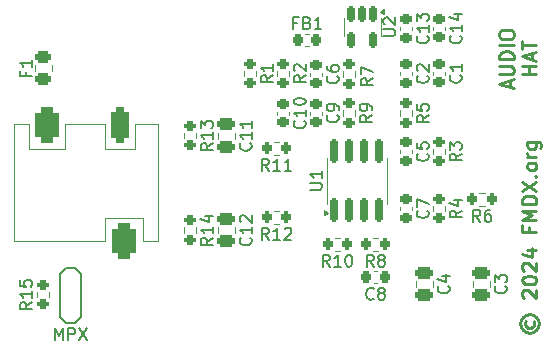
<source format=gto>
G04 #@! TF.GenerationSoftware,KiCad,Pcbnew,8.0.4*
G04 #@! TF.CreationDate,2024-08-01T22:41:18+02:00*
G04 #@! TF.ProjectId,Headless TEF Audio board,48656164-6c65-4737-9320-544546204175,1*
G04 #@! TF.SameCoordinates,Original*
G04 #@! TF.FileFunction,Legend,Top*
G04 #@! TF.FilePolarity,Positive*
%FSLAX46Y46*%
G04 Gerber Fmt 4.6, Leading zero omitted, Abs format (unit mm)*
G04 Created by KiCad (PCBNEW 8.0.4) date 2024-08-01 22:41:18*
%MOMM*%
%LPD*%
G01*
G04 APERTURE LIST*
G04 Aperture macros list*
%AMRoundRect*
0 Rectangle with rounded corners*
0 $1 Rounding radius*
0 $2 $3 $4 $5 $6 $7 $8 $9 X,Y pos of 4 corners*
0 Add a 4 corners polygon primitive as box body*
4,1,4,$2,$3,$4,$5,$6,$7,$8,$9,$2,$3,0*
0 Add four circle primitives for the rounded corners*
1,1,$1+$1,$2,$3*
1,1,$1+$1,$4,$5*
1,1,$1+$1,$6,$7*
1,1,$1+$1,$8,$9*
0 Add four rect primitives between the rounded corners*
20,1,$1+$1,$2,$3,$4,$5,0*
20,1,$1+$1,$4,$5,$6,$7,0*
20,1,$1+$1,$6,$7,$8,$9,0*
20,1,$1+$1,$8,$9,$2,$3,0*%
G04 Aperture macros list end*
%ADD10C,0.250000*%
%ADD11C,0.150000*%
%ADD12C,0.120000*%
%ADD13RoundRect,0.225000X0.250000X-0.225000X0.250000X0.225000X-0.250000X0.225000X-0.250000X-0.225000X0*%
%ADD14RoundRect,0.150000X-0.150000X0.512500X-0.150000X-0.512500X0.150000X-0.512500X0.150000X0.512500X0*%
%ADD15C,1.400000*%
%ADD16RoundRect,0.200000X-0.275000X0.200000X-0.275000X-0.200000X0.275000X-0.200000X0.275000X0.200000X0*%
%ADD17RoundRect,0.218750X-0.218750X-0.256250X0.218750X-0.256250X0.218750X0.256250X-0.218750X0.256250X0*%
%ADD18RoundRect,0.200000X0.275000X-0.200000X0.275000X0.200000X-0.275000X0.200000X-0.275000X-0.200000X0*%
%ADD19RoundRect,0.500000X0.500000X-1.000000X0.500000X1.000000X-0.500000X1.000000X-0.500000X-1.000000X0*%
%ADD20RoundRect,0.375000X0.375000X-1.125000X0.375000X1.125000X-0.375000X1.125000X-0.375000X-1.125000X0*%
%ADD21RoundRect,0.200000X0.200000X0.275000X-0.200000X0.275000X-0.200000X-0.275000X0.200000X-0.275000X0*%
%ADD22RoundRect,0.250000X0.475000X-0.250000X0.475000X0.250000X-0.475000X0.250000X-0.475000X-0.250000X0*%
%ADD23RoundRect,0.150000X0.150000X-0.825000X0.150000X0.825000X-0.150000X0.825000X-0.150000X-0.825000X0*%
%ADD24RoundRect,0.243750X-0.456250X0.243750X-0.456250X-0.243750X0.456250X-0.243750X0.456250X0.243750X0*%
%ADD25RoundRect,0.225000X-0.250000X0.225000X-0.250000X-0.225000X0.250000X-0.225000X0.250000X0.225000X0*%
%ADD26RoundRect,0.250000X-0.475000X0.250000X-0.475000X-0.250000X0.475000X-0.250000X0.475000X0.250000X0*%
%ADD27RoundRect,0.225000X-0.225000X-0.250000X0.225000X-0.250000X0.225000X0.250000X-0.225000X0.250000X0*%
%ADD28RoundRect,0.200000X-0.200000X-0.275000X0.200000X-0.275000X0.200000X0.275000X-0.200000X0.275000X0*%
%ADD29R,1.700000X1.700000*%
%ADD30O,1.700000X1.700000*%
G04 APERTURE END LIST*
D10*
X178053352Y-88790571D02*
X178053352Y-88219143D01*
X178396209Y-88904857D02*
X177196209Y-88504857D01*
X177196209Y-88504857D02*
X178396209Y-88104857D01*
X177196209Y-87704857D02*
X178167638Y-87704857D01*
X178167638Y-87704857D02*
X178281924Y-87647714D01*
X178281924Y-87647714D02*
X178339067Y-87590572D01*
X178339067Y-87590572D02*
X178396209Y-87476286D01*
X178396209Y-87476286D02*
X178396209Y-87247714D01*
X178396209Y-87247714D02*
X178339067Y-87133429D01*
X178339067Y-87133429D02*
X178281924Y-87076286D01*
X178281924Y-87076286D02*
X178167638Y-87019143D01*
X178167638Y-87019143D02*
X177196209Y-87019143D01*
X178396209Y-86447714D02*
X177196209Y-86447714D01*
X177196209Y-86447714D02*
X177196209Y-86162000D01*
X177196209Y-86162000D02*
X177253352Y-85990571D01*
X177253352Y-85990571D02*
X177367638Y-85876286D01*
X177367638Y-85876286D02*
X177481924Y-85819143D01*
X177481924Y-85819143D02*
X177710495Y-85762000D01*
X177710495Y-85762000D02*
X177881924Y-85762000D01*
X177881924Y-85762000D02*
X178110495Y-85819143D01*
X178110495Y-85819143D02*
X178224781Y-85876286D01*
X178224781Y-85876286D02*
X178339067Y-85990571D01*
X178339067Y-85990571D02*
X178396209Y-86162000D01*
X178396209Y-86162000D02*
X178396209Y-86447714D01*
X178396209Y-85247714D02*
X177196209Y-85247714D01*
X177196209Y-84447714D02*
X177196209Y-84219142D01*
X177196209Y-84219142D02*
X177253352Y-84104857D01*
X177253352Y-84104857D02*
X177367638Y-83990571D01*
X177367638Y-83990571D02*
X177596209Y-83933428D01*
X177596209Y-83933428D02*
X177996209Y-83933428D01*
X177996209Y-83933428D02*
X178224781Y-83990571D01*
X178224781Y-83990571D02*
X178339067Y-84104857D01*
X178339067Y-84104857D02*
X178396209Y-84219142D01*
X178396209Y-84219142D02*
X178396209Y-84447714D01*
X178396209Y-84447714D02*
X178339067Y-84562000D01*
X178339067Y-84562000D02*
X178224781Y-84676285D01*
X178224781Y-84676285D02*
X177996209Y-84733428D01*
X177996209Y-84733428D02*
X177596209Y-84733428D01*
X177596209Y-84733428D02*
X177367638Y-84676285D01*
X177367638Y-84676285D02*
X177253352Y-84562000D01*
X177253352Y-84562000D02*
X177196209Y-84447714D01*
X180328142Y-87676285D02*
X179128142Y-87676285D01*
X179699571Y-87676285D02*
X179699571Y-86990571D01*
X180328142Y-86990571D02*
X179128142Y-86990571D01*
X179985285Y-86476285D02*
X179985285Y-85904857D01*
X180328142Y-86590571D02*
X179128142Y-86190571D01*
X179128142Y-86190571D02*
X180328142Y-85790571D01*
X179128142Y-85562000D02*
X179128142Y-84876286D01*
X180328142Y-85219143D02*
X179128142Y-85219143D01*
X179413857Y-108562384D02*
X179356714Y-108676669D01*
X179356714Y-108676669D02*
X179356714Y-108905241D01*
X179356714Y-108905241D02*
X179413857Y-109019527D01*
X179413857Y-109019527D02*
X179528142Y-109133812D01*
X179528142Y-109133812D02*
X179642428Y-109190955D01*
X179642428Y-109190955D02*
X179871000Y-109190955D01*
X179871000Y-109190955D02*
X179985285Y-109133812D01*
X179985285Y-109133812D02*
X180099571Y-109019527D01*
X180099571Y-109019527D02*
X180156714Y-108905241D01*
X180156714Y-108905241D02*
X180156714Y-108676669D01*
X180156714Y-108676669D02*
X180099571Y-108562384D01*
X178956714Y-108790955D02*
X179013857Y-109076669D01*
X179013857Y-109076669D02*
X179185285Y-109362384D01*
X179185285Y-109362384D02*
X179471000Y-109533812D01*
X179471000Y-109533812D02*
X179756714Y-109590955D01*
X179756714Y-109590955D02*
X180042428Y-109533812D01*
X180042428Y-109533812D02*
X180328142Y-109362384D01*
X180328142Y-109362384D02*
X180499571Y-109076669D01*
X180499571Y-109076669D02*
X180556714Y-108790955D01*
X180556714Y-108790955D02*
X180499571Y-108505241D01*
X180499571Y-108505241D02*
X180328142Y-108219527D01*
X180328142Y-108219527D02*
X180042428Y-108048098D01*
X180042428Y-108048098D02*
X179756714Y-107990955D01*
X179756714Y-107990955D02*
X179471000Y-108048098D01*
X179471000Y-108048098D02*
X179185285Y-108219527D01*
X179185285Y-108219527D02*
X179013857Y-108505241D01*
X179013857Y-108505241D02*
X178956714Y-108790955D01*
X179242428Y-106619526D02*
X179185285Y-106562383D01*
X179185285Y-106562383D02*
X179128142Y-106448098D01*
X179128142Y-106448098D02*
X179128142Y-106162383D01*
X179128142Y-106162383D02*
X179185285Y-106048098D01*
X179185285Y-106048098D02*
X179242428Y-105990955D01*
X179242428Y-105990955D02*
X179356714Y-105933812D01*
X179356714Y-105933812D02*
X179471000Y-105933812D01*
X179471000Y-105933812D02*
X179642428Y-105990955D01*
X179642428Y-105990955D02*
X180328142Y-106676669D01*
X180328142Y-106676669D02*
X180328142Y-105933812D01*
X179128142Y-105190955D02*
X179128142Y-105076669D01*
X179128142Y-105076669D02*
X179185285Y-104962383D01*
X179185285Y-104962383D02*
X179242428Y-104905241D01*
X179242428Y-104905241D02*
X179356714Y-104848098D01*
X179356714Y-104848098D02*
X179585285Y-104790955D01*
X179585285Y-104790955D02*
X179871000Y-104790955D01*
X179871000Y-104790955D02*
X180099571Y-104848098D01*
X180099571Y-104848098D02*
X180213857Y-104905241D01*
X180213857Y-104905241D02*
X180271000Y-104962383D01*
X180271000Y-104962383D02*
X180328142Y-105076669D01*
X180328142Y-105076669D02*
X180328142Y-105190955D01*
X180328142Y-105190955D02*
X180271000Y-105305241D01*
X180271000Y-105305241D02*
X180213857Y-105362383D01*
X180213857Y-105362383D02*
X180099571Y-105419526D01*
X180099571Y-105419526D02*
X179871000Y-105476669D01*
X179871000Y-105476669D02*
X179585285Y-105476669D01*
X179585285Y-105476669D02*
X179356714Y-105419526D01*
X179356714Y-105419526D02*
X179242428Y-105362383D01*
X179242428Y-105362383D02*
X179185285Y-105305241D01*
X179185285Y-105305241D02*
X179128142Y-105190955D01*
X179242428Y-104333812D02*
X179185285Y-104276669D01*
X179185285Y-104276669D02*
X179128142Y-104162384D01*
X179128142Y-104162384D02*
X179128142Y-103876669D01*
X179128142Y-103876669D02*
X179185285Y-103762384D01*
X179185285Y-103762384D02*
X179242428Y-103705241D01*
X179242428Y-103705241D02*
X179356714Y-103648098D01*
X179356714Y-103648098D02*
X179471000Y-103648098D01*
X179471000Y-103648098D02*
X179642428Y-103705241D01*
X179642428Y-103705241D02*
X180328142Y-104390955D01*
X180328142Y-104390955D02*
X180328142Y-103648098D01*
X179528142Y-102619527D02*
X180328142Y-102619527D01*
X179071000Y-102905241D02*
X179928142Y-103190955D01*
X179928142Y-103190955D02*
X179928142Y-102448098D01*
X179699571Y-100676669D02*
X179699571Y-101076669D01*
X180328142Y-101076669D02*
X179128142Y-101076669D01*
X179128142Y-101076669D02*
X179128142Y-100505241D01*
X180328142Y-100048098D02*
X179128142Y-100048098D01*
X179128142Y-100048098D02*
X179985285Y-99648098D01*
X179985285Y-99648098D02*
X179128142Y-99248098D01*
X179128142Y-99248098D02*
X180328142Y-99248098D01*
X180328142Y-98676669D02*
X179128142Y-98676669D01*
X179128142Y-98676669D02*
X179128142Y-98390955D01*
X179128142Y-98390955D02*
X179185285Y-98219526D01*
X179185285Y-98219526D02*
X179299571Y-98105241D01*
X179299571Y-98105241D02*
X179413857Y-98048098D01*
X179413857Y-98048098D02*
X179642428Y-97990955D01*
X179642428Y-97990955D02*
X179813857Y-97990955D01*
X179813857Y-97990955D02*
X180042428Y-98048098D01*
X180042428Y-98048098D02*
X180156714Y-98105241D01*
X180156714Y-98105241D02*
X180271000Y-98219526D01*
X180271000Y-98219526D02*
X180328142Y-98390955D01*
X180328142Y-98390955D02*
X180328142Y-98676669D01*
X179128142Y-97590955D02*
X180328142Y-96790955D01*
X179128142Y-96790955D02*
X180328142Y-97590955D01*
X180213857Y-96333812D02*
X180271000Y-96276669D01*
X180271000Y-96276669D02*
X180328142Y-96333812D01*
X180328142Y-96333812D02*
X180271000Y-96390955D01*
X180271000Y-96390955D02*
X180213857Y-96333812D01*
X180213857Y-96333812D02*
X180328142Y-96333812D01*
X180328142Y-95590955D02*
X180271000Y-95705240D01*
X180271000Y-95705240D02*
X180213857Y-95762383D01*
X180213857Y-95762383D02*
X180099571Y-95819526D01*
X180099571Y-95819526D02*
X179756714Y-95819526D01*
X179756714Y-95819526D02*
X179642428Y-95762383D01*
X179642428Y-95762383D02*
X179585285Y-95705240D01*
X179585285Y-95705240D02*
X179528142Y-95590955D01*
X179528142Y-95590955D02*
X179528142Y-95419526D01*
X179528142Y-95419526D02*
X179585285Y-95305240D01*
X179585285Y-95305240D02*
X179642428Y-95248098D01*
X179642428Y-95248098D02*
X179756714Y-95190955D01*
X179756714Y-95190955D02*
X180099571Y-95190955D01*
X180099571Y-95190955D02*
X180213857Y-95248098D01*
X180213857Y-95248098D02*
X180271000Y-95305240D01*
X180271000Y-95305240D02*
X180328142Y-95419526D01*
X180328142Y-95419526D02*
X180328142Y-95590955D01*
X180328142Y-94676669D02*
X179528142Y-94676669D01*
X179756714Y-94676669D02*
X179642428Y-94619526D01*
X179642428Y-94619526D02*
X179585285Y-94562384D01*
X179585285Y-94562384D02*
X179528142Y-94448098D01*
X179528142Y-94448098D02*
X179528142Y-94333812D01*
X179528142Y-93419527D02*
X180499571Y-93419527D01*
X180499571Y-93419527D02*
X180613857Y-93476669D01*
X180613857Y-93476669D02*
X180671000Y-93533812D01*
X180671000Y-93533812D02*
X180728142Y-93648098D01*
X180728142Y-93648098D02*
X180728142Y-93819527D01*
X180728142Y-93819527D02*
X180671000Y-93933812D01*
X180271000Y-93419527D02*
X180328142Y-93533812D01*
X180328142Y-93533812D02*
X180328142Y-93762384D01*
X180328142Y-93762384D02*
X180271000Y-93876669D01*
X180271000Y-93876669D02*
X180213857Y-93933812D01*
X180213857Y-93933812D02*
X180099571Y-93990955D01*
X180099571Y-93990955D02*
X179756714Y-93990955D01*
X179756714Y-93990955D02*
X179642428Y-93933812D01*
X179642428Y-93933812D02*
X179585285Y-93876669D01*
X179585285Y-93876669D02*
X179528142Y-93762384D01*
X179528142Y-93762384D02*
X179528142Y-93533812D01*
X179528142Y-93533812D02*
X179585285Y-93419527D01*
D11*
X171101580Y-94415666D02*
X171149200Y-94463285D01*
X171149200Y-94463285D02*
X171196819Y-94606142D01*
X171196819Y-94606142D02*
X171196819Y-94701380D01*
X171196819Y-94701380D02*
X171149200Y-94844237D01*
X171149200Y-94844237D02*
X171053961Y-94939475D01*
X171053961Y-94939475D02*
X170958723Y-94987094D01*
X170958723Y-94987094D02*
X170768247Y-95034713D01*
X170768247Y-95034713D02*
X170625390Y-95034713D01*
X170625390Y-95034713D02*
X170434914Y-94987094D01*
X170434914Y-94987094D02*
X170339676Y-94939475D01*
X170339676Y-94939475D02*
X170244438Y-94844237D01*
X170244438Y-94844237D02*
X170196819Y-94701380D01*
X170196819Y-94701380D02*
X170196819Y-94606142D01*
X170196819Y-94606142D02*
X170244438Y-94463285D01*
X170244438Y-94463285D02*
X170292057Y-94415666D01*
X170196819Y-93510904D02*
X170196819Y-93987094D01*
X170196819Y-93987094D02*
X170673009Y-94034713D01*
X170673009Y-94034713D02*
X170625390Y-93987094D01*
X170625390Y-93987094D02*
X170577771Y-93891856D01*
X170577771Y-93891856D02*
X170577771Y-93653761D01*
X170577771Y-93653761D02*
X170625390Y-93558523D01*
X170625390Y-93558523D02*
X170673009Y-93510904D01*
X170673009Y-93510904D02*
X170768247Y-93463285D01*
X170768247Y-93463285D02*
X171006342Y-93463285D01*
X171006342Y-93463285D02*
X171101580Y-93510904D01*
X171101580Y-93510904D02*
X171149200Y-93558523D01*
X171149200Y-93558523D02*
X171196819Y-93653761D01*
X171196819Y-93653761D02*
X171196819Y-93891856D01*
X171196819Y-93891856D02*
X171149200Y-93987094D01*
X171149200Y-93987094D02*
X171101580Y-94034713D01*
X171101580Y-84477857D02*
X171149200Y-84525476D01*
X171149200Y-84525476D02*
X171196819Y-84668333D01*
X171196819Y-84668333D02*
X171196819Y-84763571D01*
X171196819Y-84763571D02*
X171149200Y-84906428D01*
X171149200Y-84906428D02*
X171053961Y-85001666D01*
X171053961Y-85001666D02*
X170958723Y-85049285D01*
X170958723Y-85049285D02*
X170768247Y-85096904D01*
X170768247Y-85096904D02*
X170625390Y-85096904D01*
X170625390Y-85096904D02*
X170434914Y-85049285D01*
X170434914Y-85049285D02*
X170339676Y-85001666D01*
X170339676Y-85001666D02*
X170244438Y-84906428D01*
X170244438Y-84906428D02*
X170196819Y-84763571D01*
X170196819Y-84763571D02*
X170196819Y-84668333D01*
X170196819Y-84668333D02*
X170244438Y-84525476D01*
X170244438Y-84525476D02*
X170292057Y-84477857D01*
X171196819Y-83525476D02*
X171196819Y-84096904D01*
X171196819Y-83811190D02*
X170196819Y-83811190D01*
X170196819Y-83811190D02*
X170339676Y-83906428D01*
X170339676Y-83906428D02*
X170434914Y-84001666D01*
X170434914Y-84001666D02*
X170482533Y-84096904D01*
X170196819Y-83192142D02*
X170196819Y-82573095D01*
X170196819Y-82573095D02*
X170577771Y-82906428D01*
X170577771Y-82906428D02*
X170577771Y-82763571D01*
X170577771Y-82763571D02*
X170625390Y-82668333D01*
X170625390Y-82668333D02*
X170673009Y-82620714D01*
X170673009Y-82620714D02*
X170768247Y-82573095D01*
X170768247Y-82573095D02*
X171006342Y-82573095D01*
X171006342Y-82573095D02*
X171101580Y-82620714D01*
X171101580Y-82620714D02*
X171149200Y-82668333D01*
X171149200Y-82668333D02*
X171196819Y-82763571D01*
X171196819Y-82763571D02*
X171196819Y-83049285D01*
X171196819Y-83049285D02*
X171149200Y-83144523D01*
X171149200Y-83144523D02*
X171101580Y-83192142D01*
X160687580Y-91639857D02*
X160735200Y-91687476D01*
X160735200Y-91687476D02*
X160782819Y-91830333D01*
X160782819Y-91830333D02*
X160782819Y-91925571D01*
X160782819Y-91925571D02*
X160735200Y-92068428D01*
X160735200Y-92068428D02*
X160639961Y-92163666D01*
X160639961Y-92163666D02*
X160544723Y-92211285D01*
X160544723Y-92211285D02*
X160354247Y-92258904D01*
X160354247Y-92258904D02*
X160211390Y-92258904D01*
X160211390Y-92258904D02*
X160020914Y-92211285D01*
X160020914Y-92211285D02*
X159925676Y-92163666D01*
X159925676Y-92163666D02*
X159830438Y-92068428D01*
X159830438Y-92068428D02*
X159782819Y-91925571D01*
X159782819Y-91925571D02*
X159782819Y-91830333D01*
X159782819Y-91830333D02*
X159830438Y-91687476D01*
X159830438Y-91687476D02*
X159878057Y-91639857D01*
X160782819Y-90687476D02*
X160782819Y-91258904D01*
X160782819Y-90973190D02*
X159782819Y-90973190D01*
X159782819Y-90973190D02*
X159925676Y-91068428D01*
X159925676Y-91068428D02*
X160020914Y-91163666D01*
X160020914Y-91163666D02*
X160068533Y-91258904D01*
X159782819Y-90068428D02*
X159782819Y-89973190D01*
X159782819Y-89973190D02*
X159830438Y-89877952D01*
X159830438Y-89877952D02*
X159878057Y-89830333D01*
X159878057Y-89830333D02*
X159973295Y-89782714D01*
X159973295Y-89782714D02*
X160163771Y-89735095D01*
X160163771Y-89735095D02*
X160401866Y-89735095D01*
X160401866Y-89735095D02*
X160592342Y-89782714D01*
X160592342Y-89782714D02*
X160687580Y-89830333D01*
X160687580Y-89830333D02*
X160735200Y-89877952D01*
X160735200Y-89877952D02*
X160782819Y-89973190D01*
X160782819Y-89973190D02*
X160782819Y-90068428D01*
X160782819Y-90068428D02*
X160735200Y-90163666D01*
X160735200Y-90163666D02*
X160687580Y-90211285D01*
X160687580Y-90211285D02*
X160592342Y-90258904D01*
X160592342Y-90258904D02*
X160401866Y-90306523D01*
X160401866Y-90306523D02*
X160163771Y-90306523D01*
X160163771Y-90306523D02*
X159973295Y-90258904D01*
X159973295Y-90258904D02*
X159878057Y-90211285D01*
X159878057Y-90211285D02*
X159830438Y-90163666D01*
X159830438Y-90163666D02*
X159782819Y-90068428D01*
X173895580Y-84451857D02*
X173943200Y-84499476D01*
X173943200Y-84499476D02*
X173990819Y-84642333D01*
X173990819Y-84642333D02*
X173990819Y-84737571D01*
X173990819Y-84737571D02*
X173943200Y-84880428D01*
X173943200Y-84880428D02*
X173847961Y-84975666D01*
X173847961Y-84975666D02*
X173752723Y-85023285D01*
X173752723Y-85023285D02*
X173562247Y-85070904D01*
X173562247Y-85070904D02*
X173419390Y-85070904D01*
X173419390Y-85070904D02*
X173228914Y-85023285D01*
X173228914Y-85023285D02*
X173133676Y-84975666D01*
X173133676Y-84975666D02*
X173038438Y-84880428D01*
X173038438Y-84880428D02*
X172990819Y-84737571D01*
X172990819Y-84737571D02*
X172990819Y-84642333D01*
X172990819Y-84642333D02*
X173038438Y-84499476D01*
X173038438Y-84499476D02*
X173086057Y-84451857D01*
X173990819Y-83499476D02*
X173990819Y-84070904D01*
X173990819Y-83785190D02*
X172990819Y-83785190D01*
X172990819Y-83785190D02*
X173133676Y-83880428D01*
X173133676Y-83880428D02*
X173228914Y-83975666D01*
X173228914Y-83975666D02*
X173276533Y-84070904D01*
X173324152Y-82642333D02*
X173990819Y-82642333D01*
X172943200Y-82880428D02*
X173657485Y-83118523D01*
X173657485Y-83118523D02*
X173657485Y-82499476D01*
X167374819Y-84462404D02*
X168184342Y-84462404D01*
X168184342Y-84462404D02*
X168279580Y-84414785D01*
X168279580Y-84414785D02*
X168327200Y-84367166D01*
X168327200Y-84367166D02*
X168374819Y-84271928D01*
X168374819Y-84271928D02*
X168374819Y-84081452D01*
X168374819Y-84081452D02*
X168327200Y-83986214D01*
X168327200Y-83986214D02*
X168279580Y-83938595D01*
X168279580Y-83938595D02*
X168184342Y-83890976D01*
X168184342Y-83890976D02*
X167374819Y-83890976D01*
X167470057Y-83462404D02*
X167422438Y-83414785D01*
X167422438Y-83414785D02*
X167374819Y-83319547D01*
X167374819Y-83319547D02*
X167374819Y-83081452D01*
X167374819Y-83081452D02*
X167422438Y-82986214D01*
X167422438Y-82986214D02*
X167470057Y-82938595D01*
X167470057Y-82938595D02*
X167565295Y-82890976D01*
X167565295Y-82890976D02*
X167660533Y-82890976D01*
X167660533Y-82890976D02*
X167803390Y-82938595D01*
X167803390Y-82938595D02*
X168374819Y-83510023D01*
X168374819Y-83510023D02*
X168374819Y-82890976D01*
X163481580Y-87861666D02*
X163529200Y-87909285D01*
X163529200Y-87909285D02*
X163576819Y-88052142D01*
X163576819Y-88052142D02*
X163576819Y-88147380D01*
X163576819Y-88147380D02*
X163529200Y-88290237D01*
X163529200Y-88290237D02*
X163433961Y-88385475D01*
X163433961Y-88385475D02*
X163338723Y-88433094D01*
X163338723Y-88433094D02*
X163148247Y-88480713D01*
X163148247Y-88480713D02*
X163005390Y-88480713D01*
X163005390Y-88480713D02*
X162814914Y-88433094D01*
X162814914Y-88433094D02*
X162719676Y-88385475D01*
X162719676Y-88385475D02*
X162624438Y-88290237D01*
X162624438Y-88290237D02*
X162576819Y-88147380D01*
X162576819Y-88147380D02*
X162576819Y-88052142D01*
X162576819Y-88052142D02*
X162624438Y-87909285D01*
X162624438Y-87909285D02*
X162672057Y-87861666D01*
X162576819Y-87004523D02*
X162576819Y-87194999D01*
X162576819Y-87194999D02*
X162624438Y-87290237D01*
X162624438Y-87290237D02*
X162672057Y-87337856D01*
X162672057Y-87337856D02*
X162814914Y-87433094D01*
X162814914Y-87433094D02*
X163005390Y-87480713D01*
X163005390Y-87480713D02*
X163386342Y-87480713D01*
X163386342Y-87480713D02*
X163481580Y-87433094D01*
X163481580Y-87433094D02*
X163529200Y-87385475D01*
X163529200Y-87385475D02*
X163576819Y-87290237D01*
X163576819Y-87290237D02*
X163576819Y-87099761D01*
X163576819Y-87099761D02*
X163529200Y-87004523D01*
X163529200Y-87004523D02*
X163481580Y-86956904D01*
X163481580Y-86956904D02*
X163386342Y-86909285D01*
X163386342Y-86909285D02*
X163148247Y-86909285D01*
X163148247Y-86909285D02*
X163053009Y-86956904D01*
X163053009Y-86956904D02*
X163005390Y-87004523D01*
X163005390Y-87004523D02*
X162957771Y-87099761D01*
X162957771Y-87099761D02*
X162957771Y-87290237D01*
X162957771Y-87290237D02*
X163005390Y-87385475D01*
X163005390Y-87385475D02*
X163053009Y-87433094D01*
X163053009Y-87433094D02*
X163148247Y-87480713D01*
X139554476Y-110184819D02*
X139554476Y-109184819D01*
X139554476Y-109184819D02*
X139887809Y-109899104D01*
X139887809Y-109899104D02*
X140221142Y-109184819D01*
X140221142Y-109184819D02*
X140221142Y-110184819D01*
X140697333Y-110184819D02*
X140697333Y-109184819D01*
X140697333Y-109184819D02*
X141078285Y-109184819D01*
X141078285Y-109184819D02*
X141173523Y-109232438D01*
X141173523Y-109232438D02*
X141221142Y-109280057D01*
X141221142Y-109280057D02*
X141268761Y-109375295D01*
X141268761Y-109375295D02*
X141268761Y-109518152D01*
X141268761Y-109518152D02*
X141221142Y-109613390D01*
X141221142Y-109613390D02*
X141173523Y-109661009D01*
X141173523Y-109661009D02*
X141078285Y-109708628D01*
X141078285Y-109708628D02*
X140697333Y-109708628D01*
X141602095Y-109184819D02*
X142268761Y-110184819D01*
X142268761Y-109184819D02*
X141602095Y-110184819D01*
X171196819Y-91163666D02*
X170720628Y-91496999D01*
X171196819Y-91735094D02*
X170196819Y-91735094D01*
X170196819Y-91735094D02*
X170196819Y-91354142D01*
X170196819Y-91354142D02*
X170244438Y-91258904D01*
X170244438Y-91258904D02*
X170292057Y-91211285D01*
X170292057Y-91211285D02*
X170387295Y-91163666D01*
X170387295Y-91163666D02*
X170530152Y-91163666D01*
X170530152Y-91163666D02*
X170625390Y-91211285D01*
X170625390Y-91211285D02*
X170673009Y-91258904D01*
X170673009Y-91258904D02*
X170720628Y-91354142D01*
X170720628Y-91354142D02*
X170720628Y-91735094D01*
X170196819Y-90258904D02*
X170196819Y-90735094D01*
X170196819Y-90735094D02*
X170673009Y-90782713D01*
X170673009Y-90782713D02*
X170625390Y-90735094D01*
X170625390Y-90735094D02*
X170577771Y-90639856D01*
X170577771Y-90639856D02*
X170577771Y-90401761D01*
X170577771Y-90401761D02*
X170625390Y-90306523D01*
X170625390Y-90306523D02*
X170673009Y-90258904D01*
X170673009Y-90258904D02*
X170768247Y-90211285D01*
X170768247Y-90211285D02*
X171006342Y-90211285D01*
X171006342Y-90211285D02*
X171101580Y-90258904D01*
X171101580Y-90258904D02*
X171149200Y-90306523D01*
X171149200Y-90306523D02*
X171196819Y-90401761D01*
X171196819Y-90401761D02*
X171196819Y-90639856D01*
X171196819Y-90639856D02*
X171149200Y-90735094D01*
X171149200Y-90735094D02*
X171101580Y-90782713D01*
X160071166Y-83339009D02*
X159737833Y-83339009D01*
X159737833Y-83862819D02*
X159737833Y-82862819D01*
X159737833Y-82862819D02*
X160214023Y-82862819D01*
X160928309Y-83339009D02*
X161071166Y-83386628D01*
X161071166Y-83386628D02*
X161118785Y-83434247D01*
X161118785Y-83434247D02*
X161166404Y-83529485D01*
X161166404Y-83529485D02*
X161166404Y-83672342D01*
X161166404Y-83672342D02*
X161118785Y-83767580D01*
X161118785Y-83767580D02*
X161071166Y-83815200D01*
X161071166Y-83815200D02*
X160975928Y-83862819D01*
X160975928Y-83862819D02*
X160594976Y-83862819D01*
X160594976Y-83862819D02*
X160594976Y-82862819D01*
X160594976Y-82862819D02*
X160928309Y-82862819D01*
X160928309Y-82862819D02*
X161023547Y-82910438D01*
X161023547Y-82910438D02*
X161071166Y-82958057D01*
X161071166Y-82958057D02*
X161118785Y-83053295D01*
X161118785Y-83053295D02*
X161118785Y-83148533D01*
X161118785Y-83148533D02*
X161071166Y-83243771D01*
X161071166Y-83243771D02*
X161023547Y-83291390D01*
X161023547Y-83291390D02*
X160928309Y-83339009D01*
X160928309Y-83339009D02*
X160594976Y-83339009D01*
X162118785Y-83862819D02*
X161547357Y-83862819D01*
X161833071Y-83862819D02*
X161833071Y-82862819D01*
X161833071Y-82862819D02*
X161737833Y-83005676D01*
X161737833Y-83005676D02*
X161642595Y-83100914D01*
X161642595Y-83100914D02*
X161547357Y-83148533D01*
X173990819Y-99241666D02*
X173514628Y-99574999D01*
X173990819Y-99813094D02*
X172990819Y-99813094D01*
X172990819Y-99813094D02*
X172990819Y-99432142D01*
X172990819Y-99432142D02*
X173038438Y-99336904D01*
X173038438Y-99336904D02*
X173086057Y-99289285D01*
X173086057Y-99289285D02*
X173181295Y-99241666D01*
X173181295Y-99241666D02*
X173324152Y-99241666D01*
X173324152Y-99241666D02*
X173419390Y-99289285D01*
X173419390Y-99289285D02*
X173467009Y-99336904D01*
X173467009Y-99336904D02*
X173514628Y-99432142D01*
X173514628Y-99432142D02*
X173514628Y-99813094D01*
X173324152Y-98384523D02*
X173990819Y-98384523D01*
X172943200Y-98622618D02*
X173657485Y-98860713D01*
X173657485Y-98860713D02*
X173657485Y-98241666D01*
X173990819Y-94415666D02*
X173514628Y-94748999D01*
X173990819Y-94987094D02*
X172990819Y-94987094D01*
X172990819Y-94987094D02*
X172990819Y-94606142D01*
X172990819Y-94606142D02*
X173038438Y-94510904D01*
X173038438Y-94510904D02*
X173086057Y-94463285D01*
X173086057Y-94463285D02*
X173181295Y-94415666D01*
X173181295Y-94415666D02*
X173324152Y-94415666D01*
X173324152Y-94415666D02*
X173419390Y-94463285D01*
X173419390Y-94463285D02*
X173467009Y-94510904D01*
X173467009Y-94510904D02*
X173514628Y-94606142D01*
X173514628Y-94606142D02*
X173514628Y-94987094D01*
X172990819Y-94082332D02*
X172990819Y-93463285D01*
X172990819Y-93463285D02*
X173371771Y-93796618D01*
X173371771Y-93796618D02*
X173371771Y-93653761D01*
X173371771Y-93653761D02*
X173419390Y-93558523D01*
X173419390Y-93558523D02*
X173467009Y-93510904D01*
X173467009Y-93510904D02*
X173562247Y-93463285D01*
X173562247Y-93463285D02*
X173800342Y-93463285D01*
X173800342Y-93463285D02*
X173895580Y-93510904D01*
X173895580Y-93510904D02*
X173943200Y-93558523D01*
X173943200Y-93558523D02*
X173990819Y-93653761D01*
X173990819Y-93653761D02*
X173990819Y-93939475D01*
X173990819Y-93939475D02*
X173943200Y-94034713D01*
X173943200Y-94034713D02*
X173895580Y-94082332D01*
X175558333Y-100184819D02*
X175225000Y-99708628D01*
X174986905Y-100184819D02*
X174986905Y-99184819D01*
X174986905Y-99184819D02*
X175367857Y-99184819D01*
X175367857Y-99184819D02*
X175463095Y-99232438D01*
X175463095Y-99232438D02*
X175510714Y-99280057D01*
X175510714Y-99280057D02*
X175558333Y-99375295D01*
X175558333Y-99375295D02*
X175558333Y-99518152D01*
X175558333Y-99518152D02*
X175510714Y-99613390D01*
X175510714Y-99613390D02*
X175463095Y-99661009D01*
X175463095Y-99661009D02*
X175367857Y-99708628D01*
X175367857Y-99708628D02*
X174986905Y-99708628D01*
X176415476Y-99184819D02*
X176225000Y-99184819D01*
X176225000Y-99184819D02*
X176129762Y-99232438D01*
X176129762Y-99232438D02*
X176082143Y-99280057D01*
X176082143Y-99280057D02*
X175986905Y-99422914D01*
X175986905Y-99422914D02*
X175939286Y-99613390D01*
X175939286Y-99613390D02*
X175939286Y-99994342D01*
X175939286Y-99994342D02*
X175986905Y-100089580D01*
X175986905Y-100089580D02*
X176034524Y-100137200D01*
X176034524Y-100137200D02*
X176129762Y-100184819D01*
X176129762Y-100184819D02*
X176320238Y-100184819D01*
X176320238Y-100184819D02*
X176415476Y-100137200D01*
X176415476Y-100137200D02*
X176463095Y-100089580D01*
X176463095Y-100089580D02*
X176510714Y-99994342D01*
X176510714Y-99994342D02*
X176510714Y-99756247D01*
X176510714Y-99756247D02*
X176463095Y-99661009D01*
X176463095Y-99661009D02*
X176415476Y-99613390D01*
X176415476Y-99613390D02*
X176320238Y-99565771D01*
X176320238Y-99565771D02*
X176129762Y-99565771D01*
X176129762Y-99565771D02*
X176034524Y-99613390D01*
X176034524Y-99613390D02*
X175986905Y-99661009D01*
X175986905Y-99661009D02*
X175939286Y-99756247D01*
X177701580Y-105644666D02*
X177749200Y-105692285D01*
X177749200Y-105692285D02*
X177796819Y-105835142D01*
X177796819Y-105835142D02*
X177796819Y-105930380D01*
X177796819Y-105930380D02*
X177749200Y-106073237D01*
X177749200Y-106073237D02*
X177653961Y-106168475D01*
X177653961Y-106168475D02*
X177558723Y-106216094D01*
X177558723Y-106216094D02*
X177368247Y-106263713D01*
X177368247Y-106263713D02*
X177225390Y-106263713D01*
X177225390Y-106263713D02*
X177034914Y-106216094D01*
X177034914Y-106216094D02*
X176939676Y-106168475D01*
X176939676Y-106168475D02*
X176844438Y-106073237D01*
X176844438Y-106073237D02*
X176796819Y-105930380D01*
X176796819Y-105930380D02*
X176796819Y-105835142D01*
X176796819Y-105835142D02*
X176844438Y-105692285D01*
X176844438Y-105692285D02*
X176892057Y-105644666D01*
X176796819Y-105311332D02*
X176796819Y-104692285D01*
X176796819Y-104692285D02*
X177177771Y-105025618D01*
X177177771Y-105025618D02*
X177177771Y-104882761D01*
X177177771Y-104882761D02*
X177225390Y-104787523D01*
X177225390Y-104787523D02*
X177273009Y-104739904D01*
X177273009Y-104739904D02*
X177368247Y-104692285D01*
X177368247Y-104692285D02*
X177606342Y-104692285D01*
X177606342Y-104692285D02*
X177701580Y-104739904D01*
X177701580Y-104739904D02*
X177749200Y-104787523D01*
X177749200Y-104787523D02*
X177796819Y-104882761D01*
X177796819Y-104882761D02*
X177796819Y-105168475D01*
X177796819Y-105168475D02*
X177749200Y-105263713D01*
X177749200Y-105263713D02*
X177701580Y-105311332D01*
X157988819Y-87798666D02*
X157512628Y-88131999D01*
X157988819Y-88370094D02*
X156988819Y-88370094D01*
X156988819Y-88370094D02*
X156988819Y-87989142D01*
X156988819Y-87989142D02*
X157036438Y-87893904D01*
X157036438Y-87893904D02*
X157084057Y-87846285D01*
X157084057Y-87846285D02*
X157179295Y-87798666D01*
X157179295Y-87798666D02*
X157322152Y-87798666D01*
X157322152Y-87798666D02*
X157417390Y-87846285D01*
X157417390Y-87846285D02*
X157465009Y-87893904D01*
X157465009Y-87893904D02*
X157512628Y-87989142D01*
X157512628Y-87989142D02*
X157512628Y-88370094D01*
X157988819Y-86846285D02*
X157988819Y-87417713D01*
X157988819Y-87131999D02*
X156988819Y-87131999D01*
X156988819Y-87131999D02*
X157131676Y-87227237D01*
X157131676Y-87227237D02*
X157226914Y-87322475D01*
X157226914Y-87322475D02*
X157274533Y-87417713D01*
X161175819Y-97472904D02*
X161985342Y-97472904D01*
X161985342Y-97472904D02*
X162080580Y-97425285D01*
X162080580Y-97425285D02*
X162128200Y-97377666D01*
X162128200Y-97377666D02*
X162175819Y-97282428D01*
X162175819Y-97282428D02*
X162175819Y-97091952D01*
X162175819Y-97091952D02*
X162128200Y-96996714D01*
X162128200Y-96996714D02*
X162080580Y-96949095D01*
X162080580Y-96949095D02*
X161985342Y-96901476D01*
X161985342Y-96901476D02*
X161175819Y-96901476D01*
X162175819Y-95901476D02*
X162175819Y-96472904D01*
X162175819Y-96187190D02*
X161175819Y-96187190D01*
X161175819Y-96187190D02*
X161318676Y-96282428D01*
X161318676Y-96282428D02*
X161413914Y-96377666D01*
X161413914Y-96377666D02*
X161461533Y-96472904D01*
X173895580Y-87785666D02*
X173943200Y-87833285D01*
X173943200Y-87833285D02*
X173990819Y-87976142D01*
X173990819Y-87976142D02*
X173990819Y-88071380D01*
X173990819Y-88071380D02*
X173943200Y-88214237D01*
X173943200Y-88214237D02*
X173847961Y-88309475D01*
X173847961Y-88309475D02*
X173752723Y-88357094D01*
X173752723Y-88357094D02*
X173562247Y-88404713D01*
X173562247Y-88404713D02*
X173419390Y-88404713D01*
X173419390Y-88404713D02*
X173228914Y-88357094D01*
X173228914Y-88357094D02*
X173133676Y-88309475D01*
X173133676Y-88309475D02*
X173038438Y-88214237D01*
X173038438Y-88214237D02*
X172990819Y-88071380D01*
X172990819Y-88071380D02*
X172990819Y-87976142D01*
X172990819Y-87976142D02*
X173038438Y-87833285D01*
X173038438Y-87833285D02*
X173086057Y-87785666D01*
X173990819Y-86833285D02*
X173990819Y-87404713D01*
X173990819Y-87118999D02*
X172990819Y-87118999D01*
X172990819Y-87118999D02*
X173133676Y-87214237D01*
X173133676Y-87214237D02*
X173228914Y-87309475D01*
X173228914Y-87309475D02*
X173276533Y-87404713D01*
X137079009Y-87535833D02*
X137079009Y-87869166D01*
X137602819Y-87869166D02*
X136602819Y-87869166D01*
X136602819Y-87869166D02*
X136602819Y-87392976D01*
X137602819Y-86488214D02*
X137602819Y-87059642D01*
X137602819Y-86773928D02*
X136602819Y-86773928D01*
X136602819Y-86773928D02*
X136745676Y-86869166D01*
X136745676Y-86869166D02*
X136840914Y-86964404D01*
X136840914Y-86964404D02*
X136888533Y-87059642D01*
X152908819Y-93545857D02*
X152432628Y-93879190D01*
X152908819Y-94117285D02*
X151908819Y-94117285D01*
X151908819Y-94117285D02*
X151908819Y-93736333D01*
X151908819Y-93736333D02*
X151956438Y-93641095D01*
X151956438Y-93641095D02*
X152004057Y-93593476D01*
X152004057Y-93593476D02*
X152099295Y-93545857D01*
X152099295Y-93545857D02*
X152242152Y-93545857D01*
X152242152Y-93545857D02*
X152337390Y-93593476D01*
X152337390Y-93593476D02*
X152385009Y-93641095D01*
X152385009Y-93641095D02*
X152432628Y-93736333D01*
X152432628Y-93736333D02*
X152432628Y-94117285D01*
X152908819Y-92593476D02*
X152908819Y-93164904D01*
X152908819Y-92879190D02*
X151908819Y-92879190D01*
X151908819Y-92879190D02*
X152051676Y-92974428D01*
X152051676Y-92974428D02*
X152146914Y-93069666D01*
X152146914Y-93069666D02*
X152194533Y-93164904D01*
X151908819Y-92260142D02*
X151908819Y-91641095D01*
X151908819Y-91641095D02*
X152289771Y-91974428D01*
X152289771Y-91974428D02*
X152289771Y-91831571D01*
X152289771Y-91831571D02*
X152337390Y-91736333D01*
X152337390Y-91736333D02*
X152385009Y-91688714D01*
X152385009Y-91688714D02*
X152480247Y-91641095D01*
X152480247Y-91641095D02*
X152718342Y-91641095D01*
X152718342Y-91641095D02*
X152813580Y-91688714D01*
X152813580Y-91688714D02*
X152861200Y-91736333D01*
X152861200Y-91736333D02*
X152908819Y-91831571D01*
X152908819Y-91831571D02*
X152908819Y-92117285D01*
X152908819Y-92117285D02*
X152861200Y-92212523D01*
X152861200Y-92212523D02*
X152813580Y-92260142D01*
X157684142Y-95866819D02*
X157350809Y-95390628D01*
X157112714Y-95866819D02*
X157112714Y-94866819D01*
X157112714Y-94866819D02*
X157493666Y-94866819D01*
X157493666Y-94866819D02*
X157588904Y-94914438D01*
X157588904Y-94914438D02*
X157636523Y-94962057D01*
X157636523Y-94962057D02*
X157684142Y-95057295D01*
X157684142Y-95057295D02*
X157684142Y-95200152D01*
X157684142Y-95200152D02*
X157636523Y-95295390D01*
X157636523Y-95295390D02*
X157588904Y-95343009D01*
X157588904Y-95343009D02*
X157493666Y-95390628D01*
X157493666Y-95390628D02*
X157112714Y-95390628D01*
X158636523Y-95866819D02*
X158065095Y-95866819D01*
X158350809Y-95866819D02*
X158350809Y-94866819D01*
X158350809Y-94866819D02*
X158255571Y-95009676D01*
X158255571Y-95009676D02*
X158160333Y-95104914D01*
X158160333Y-95104914D02*
X158065095Y-95152533D01*
X159588904Y-95866819D02*
X159017476Y-95866819D01*
X159303190Y-95866819D02*
X159303190Y-94866819D01*
X159303190Y-94866819D02*
X159207952Y-95009676D01*
X159207952Y-95009676D02*
X159112714Y-95104914D01*
X159112714Y-95104914D02*
X159017476Y-95152533D01*
X171101580Y-99241666D02*
X171149200Y-99289285D01*
X171149200Y-99289285D02*
X171196819Y-99432142D01*
X171196819Y-99432142D02*
X171196819Y-99527380D01*
X171196819Y-99527380D02*
X171149200Y-99670237D01*
X171149200Y-99670237D02*
X171053961Y-99765475D01*
X171053961Y-99765475D02*
X170958723Y-99813094D01*
X170958723Y-99813094D02*
X170768247Y-99860713D01*
X170768247Y-99860713D02*
X170625390Y-99860713D01*
X170625390Y-99860713D02*
X170434914Y-99813094D01*
X170434914Y-99813094D02*
X170339676Y-99765475D01*
X170339676Y-99765475D02*
X170244438Y-99670237D01*
X170244438Y-99670237D02*
X170196819Y-99527380D01*
X170196819Y-99527380D02*
X170196819Y-99432142D01*
X170196819Y-99432142D02*
X170244438Y-99289285D01*
X170244438Y-99289285D02*
X170292057Y-99241666D01*
X170196819Y-98908332D02*
X170196819Y-98241666D01*
X170196819Y-98241666D02*
X171196819Y-98670237D01*
X157684142Y-101708819D02*
X157350809Y-101232628D01*
X157112714Y-101708819D02*
X157112714Y-100708819D01*
X157112714Y-100708819D02*
X157493666Y-100708819D01*
X157493666Y-100708819D02*
X157588904Y-100756438D01*
X157588904Y-100756438D02*
X157636523Y-100804057D01*
X157636523Y-100804057D02*
X157684142Y-100899295D01*
X157684142Y-100899295D02*
X157684142Y-101042152D01*
X157684142Y-101042152D02*
X157636523Y-101137390D01*
X157636523Y-101137390D02*
X157588904Y-101185009D01*
X157588904Y-101185009D02*
X157493666Y-101232628D01*
X157493666Y-101232628D02*
X157112714Y-101232628D01*
X158636523Y-101708819D02*
X158065095Y-101708819D01*
X158350809Y-101708819D02*
X158350809Y-100708819D01*
X158350809Y-100708819D02*
X158255571Y-100851676D01*
X158255571Y-100851676D02*
X158160333Y-100946914D01*
X158160333Y-100946914D02*
X158065095Y-100994533D01*
X159017476Y-100804057D02*
X159065095Y-100756438D01*
X159065095Y-100756438D02*
X159160333Y-100708819D01*
X159160333Y-100708819D02*
X159398428Y-100708819D01*
X159398428Y-100708819D02*
X159493666Y-100756438D01*
X159493666Y-100756438D02*
X159541285Y-100804057D01*
X159541285Y-100804057D02*
X159588904Y-100899295D01*
X159588904Y-100899295D02*
X159588904Y-100994533D01*
X159588904Y-100994533D02*
X159541285Y-101137390D01*
X159541285Y-101137390D02*
X158969857Y-101708819D01*
X158969857Y-101708819D02*
X159588904Y-101708819D01*
X160782819Y-87798666D02*
X160306628Y-88131999D01*
X160782819Y-88370094D02*
X159782819Y-88370094D01*
X159782819Y-88370094D02*
X159782819Y-87989142D01*
X159782819Y-87989142D02*
X159830438Y-87893904D01*
X159830438Y-87893904D02*
X159878057Y-87846285D01*
X159878057Y-87846285D02*
X159973295Y-87798666D01*
X159973295Y-87798666D02*
X160116152Y-87798666D01*
X160116152Y-87798666D02*
X160211390Y-87846285D01*
X160211390Y-87846285D02*
X160259009Y-87893904D01*
X160259009Y-87893904D02*
X160306628Y-87989142D01*
X160306628Y-87989142D02*
X160306628Y-88370094D01*
X159878057Y-87417713D02*
X159830438Y-87370094D01*
X159830438Y-87370094D02*
X159782819Y-87274856D01*
X159782819Y-87274856D02*
X159782819Y-87036761D01*
X159782819Y-87036761D02*
X159830438Y-86941523D01*
X159830438Y-86941523D02*
X159878057Y-86893904D01*
X159878057Y-86893904D02*
X159973295Y-86846285D01*
X159973295Y-86846285D02*
X160068533Y-86846285D01*
X160068533Y-86846285D02*
X160211390Y-86893904D01*
X160211390Y-86893904D02*
X160782819Y-87465332D01*
X160782819Y-87465332D02*
X160782819Y-86846285D01*
X163481580Y-91163666D02*
X163529200Y-91211285D01*
X163529200Y-91211285D02*
X163576819Y-91354142D01*
X163576819Y-91354142D02*
X163576819Y-91449380D01*
X163576819Y-91449380D02*
X163529200Y-91592237D01*
X163529200Y-91592237D02*
X163433961Y-91687475D01*
X163433961Y-91687475D02*
X163338723Y-91735094D01*
X163338723Y-91735094D02*
X163148247Y-91782713D01*
X163148247Y-91782713D02*
X163005390Y-91782713D01*
X163005390Y-91782713D02*
X162814914Y-91735094D01*
X162814914Y-91735094D02*
X162719676Y-91687475D01*
X162719676Y-91687475D02*
X162624438Y-91592237D01*
X162624438Y-91592237D02*
X162576819Y-91449380D01*
X162576819Y-91449380D02*
X162576819Y-91354142D01*
X162576819Y-91354142D02*
X162624438Y-91211285D01*
X162624438Y-91211285D02*
X162672057Y-91163666D01*
X163576819Y-90687475D02*
X163576819Y-90496999D01*
X163576819Y-90496999D02*
X163529200Y-90401761D01*
X163529200Y-90401761D02*
X163481580Y-90354142D01*
X163481580Y-90354142D02*
X163338723Y-90258904D01*
X163338723Y-90258904D02*
X163148247Y-90211285D01*
X163148247Y-90211285D02*
X162767295Y-90211285D01*
X162767295Y-90211285D02*
X162672057Y-90258904D01*
X162672057Y-90258904D02*
X162624438Y-90306523D01*
X162624438Y-90306523D02*
X162576819Y-90401761D01*
X162576819Y-90401761D02*
X162576819Y-90592237D01*
X162576819Y-90592237D02*
X162624438Y-90687475D01*
X162624438Y-90687475D02*
X162672057Y-90735094D01*
X162672057Y-90735094D02*
X162767295Y-90782713D01*
X162767295Y-90782713D02*
X163005390Y-90782713D01*
X163005390Y-90782713D02*
X163100628Y-90735094D01*
X163100628Y-90735094D02*
X163148247Y-90687475D01*
X163148247Y-90687475D02*
X163195866Y-90592237D01*
X163195866Y-90592237D02*
X163195866Y-90401761D01*
X163195866Y-90401761D02*
X163148247Y-90306523D01*
X163148247Y-90306523D02*
X163100628Y-90258904D01*
X163100628Y-90258904D02*
X163005390Y-90211285D01*
X166370819Y-91163666D02*
X165894628Y-91496999D01*
X166370819Y-91735094D02*
X165370819Y-91735094D01*
X165370819Y-91735094D02*
X165370819Y-91354142D01*
X165370819Y-91354142D02*
X165418438Y-91258904D01*
X165418438Y-91258904D02*
X165466057Y-91211285D01*
X165466057Y-91211285D02*
X165561295Y-91163666D01*
X165561295Y-91163666D02*
X165704152Y-91163666D01*
X165704152Y-91163666D02*
X165799390Y-91211285D01*
X165799390Y-91211285D02*
X165847009Y-91258904D01*
X165847009Y-91258904D02*
X165894628Y-91354142D01*
X165894628Y-91354142D02*
X165894628Y-91735094D01*
X166370819Y-90687475D02*
X166370819Y-90496999D01*
X166370819Y-90496999D02*
X166323200Y-90401761D01*
X166323200Y-90401761D02*
X166275580Y-90354142D01*
X166275580Y-90354142D02*
X166132723Y-90258904D01*
X166132723Y-90258904D02*
X165942247Y-90211285D01*
X165942247Y-90211285D02*
X165561295Y-90211285D01*
X165561295Y-90211285D02*
X165466057Y-90258904D01*
X165466057Y-90258904D02*
X165418438Y-90306523D01*
X165418438Y-90306523D02*
X165370819Y-90401761D01*
X165370819Y-90401761D02*
X165370819Y-90592237D01*
X165370819Y-90592237D02*
X165418438Y-90687475D01*
X165418438Y-90687475D02*
X165466057Y-90735094D01*
X165466057Y-90735094D02*
X165561295Y-90782713D01*
X165561295Y-90782713D02*
X165799390Y-90782713D01*
X165799390Y-90782713D02*
X165894628Y-90735094D01*
X165894628Y-90735094D02*
X165942247Y-90687475D01*
X165942247Y-90687475D02*
X165989866Y-90592237D01*
X165989866Y-90592237D02*
X165989866Y-90401761D01*
X165989866Y-90401761D02*
X165942247Y-90306523D01*
X165942247Y-90306523D02*
X165894628Y-90258904D01*
X165894628Y-90258904D02*
X165799390Y-90211285D01*
X137602819Y-107007857D02*
X137126628Y-107341190D01*
X137602819Y-107579285D02*
X136602819Y-107579285D01*
X136602819Y-107579285D02*
X136602819Y-107198333D01*
X136602819Y-107198333D02*
X136650438Y-107103095D01*
X136650438Y-107103095D02*
X136698057Y-107055476D01*
X136698057Y-107055476D02*
X136793295Y-107007857D01*
X136793295Y-107007857D02*
X136936152Y-107007857D01*
X136936152Y-107007857D02*
X137031390Y-107055476D01*
X137031390Y-107055476D02*
X137079009Y-107103095D01*
X137079009Y-107103095D02*
X137126628Y-107198333D01*
X137126628Y-107198333D02*
X137126628Y-107579285D01*
X137602819Y-106055476D02*
X137602819Y-106626904D01*
X137602819Y-106341190D02*
X136602819Y-106341190D01*
X136602819Y-106341190D02*
X136745676Y-106436428D01*
X136745676Y-106436428D02*
X136840914Y-106531666D01*
X136840914Y-106531666D02*
X136888533Y-106626904D01*
X136602819Y-105150714D02*
X136602819Y-105626904D01*
X136602819Y-105626904D02*
X137079009Y-105674523D01*
X137079009Y-105674523D02*
X137031390Y-105626904D01*
X137031390Y-105626904D02*
X136983771Y-105531666D01*
X136983771Y-105531666D02*
X136983771Y-105293571D01*
X136983771Y-105293571D02*
X137031390Y-105198333D01*
X137031390Y-105198333D02*
X137079009Y-105150714D01*
X137079009Y-105150714D02*
X137174247Y-105103095D01*
X137174247Y-105103095D02*
X137412342Y-105103095D01*
X137412342Y-105103095D02*
X137507580Y-105150714D01*
X137507580Y-105150714D02*
X137555200Y-105198333D01*
X137555200Y-105198333D02*
X137602819Y-105293571D01*
X137602819Y-105293571D02*
X137602819Y-105531666D01*
X137602819Y-105531666D02*
X137555200Y-105626904D01*
X137555200Y-105626904D02*
X137507580Y-105674523D01*
X156111580Y-101545857D02*
X156159200Y-101593476D01*
X156159200Y-101593476D02*
X156206819Y-101736333D01*
X156206819Y-101736333D02*
X156206819Y-101831571D01*
X156206819Y-101831571D02*
X156159200Y-101974428D01*
X156159200Y-101974428D02*
X156063961Y-102069666D01*
X156063961Y-102069666D02*
X155968723Y-102117285D01*
X155968723Y-102117285D02*
X155778247Y-102164904D01*
X155778247Y-102164904D02*
X155635390Y-102164904D01*
X155635390Y-102164904D02*
X155444914Y-102117285D01*
X155444914Y-102117285D02*
X155349676Y-102069666D01*
X155349676Y-102069666D02*
X155254438Y-101974428D01*
X155254438Y-101974428D02*
X155206819Y-101831571D01*
X155206819Y-101831571D02*
X155206819Y-101736333D01*
X155206819Y-101736333D02*
X155254438Y-101593476D01*
X155254438Y-101593476D02*
X155302057Y-101545857D01*
X156206819Y-100593476D02*
X156206819Y-101164904D01*
X156206819Y-100879190D02*
X155206819Y-100879190D01*
X155206819Y-100879190D02*
X155349676Y-100974428D01*
X155349676Y-100974428D02*
X155444914Y-101069666D01*
X155444914Y-101069666D02*
X155492533Y-101164904D01*
X155302057Y-100212523D02*
X155254438Y-100164904D01*
X155254438Y-100164904D02*
X155206819Y-100069666D01*
X155206819Y-100069666D02*
X155206819Y-99831571D01*
X155206819Y-99831571D02*
X155254438Y-99736333D01*
X155254438Y-99736333D02*
X155302057Y-99688714D01*
X155302057Y-99688714D02*
X155397295Y-99641095D01*
X155397295Y-99641095D02*
X155492533Y-99641095D01*
X155492533Y-99641095D02*
X155635390Y-99688714D01*
X155635390Y-99688714D02*
X156206819Y-100260142D01*
X156206819Y-100260142D02*
X156206819Y-99641095D01*
X166542333Y-106693580D02*
X166494714Y-106741200D01*
X166494714Y-106741200D02*
X166351857Y-106788819D01*
X166351857Y-106788819D02*
X166256619Y-106788819D01*
X166256619Y-106788819D02*
X166113762Y-106741200D01*
X166113762Y-106741200D02*
X166018524Y-106645961D01*
X166018524Y-106645961D02*
X165970905Y-106550723D01*
X165970905Y-106550723D02*
X165923286Y-106360247D01*
X165923286Y-106360247D02*
X165923286Y-106217390D01*
X165923286Y-106217390D02*
X165970905Y-106026914D01*
X165970905Y-106026914D02*
X166018524Y-105931676D01*
X166018524Y-105931676D02*
X166113762Y-105836438D01*
X166113762Y-105836438D02*
X166256619Y-105788819D01*
X166256619Y-105788819D02*
X166351857Y-105788819D01*
X166351857Y-105788819D02*
X166494714Y-105836438D01*
X166494714Y-105836438D02*
X166542333Y-105884057D01*
X167113762Y-106217390D02*
X167018524Y-106169771D01*
X167018524Y-106169771D02*
X166970905Y-106122152D01*
X166970905Y-106122152D02*
X166923286Y-106026914D01*
X166923286Y-106026914D02*
X166923286Y-105979295D01*
X166923286Y-105979295D02*
X166970905Y-105884057D01*
X166970905Y-105884057D02*
X167018524Y-105836438D01*
X167018524Y-105836438D02*
X167113762Y-105788819D01*
X167113762Y-105788819D02*
X167304238Y-105788819D01*
X167304238Y-105788819D02*
X167399476Y-105836438D01*
X167399476Y-105836438D02*
X167447095Y-105884057D01*
X167447095Y-105884057D02*
X167494714Y-105979295D01*
X167494714Y-105979295D02*
X167494714Y-106026914D01*
X167494714Y-106026914D02*
X167447095Y-106122152D01*
X167447095Y-106122152D02*
X167399476Y-106169771D01*
X167399476Y-106169771D02*
X167304238Y-106217390D01*
X167304238Y-106217390D02*
X167113762Y-106217390D01*
X167113762Y-106217390D02*
X167018524Y-106265009D01*
X167018524Y-106265009D02*
X166970905Y-106312628D01*
X166970905Y-106312628D02*
X166923286Y-106407866D01*
X166923286Y-106407866D02*
X166923286Y-106598342D01*
X166923286Y-106598342D02*
X166970905Y-106693580D01*
X166970905Y-106693580D02*
X167018524Y-106741200D01*
X167018524Y-106741200D02*
X167113762Y-106788819D01*
X167113762Y-106788819D02*
X167304238Y-106788819D01*
X167304238Y-106788819D02*
X167399476Y-106741200D01*
X167399476Y-106741200D02*
X167447095Y-106693580D01*
X167447095Y-106693580D02*
X167494714Y-106598342D01*
X167494714Y-106598342D02*
X167494714Y-106407866D01*
X167494714Y-106407866D02*
X167447095Y-106312628D01*
X167447095Y-106312628D02*
X167399476Y-106265009D01*
X167399476Y-106265009D02*
X167304238Y-106217390D01*
X152908819Y-101545857D02*
X152432628Y-101879190D01*
X152908819Y-102117285D02*
X151908819Y-102117285D01*
X151908819Y-102117285D02*
X151908819Y-101736333D01*
X151908819Y-101736333D02*
X151956438Y-101641095D01*
X151956438Y-101641095D02*
X152004057Y-101593476D01*
X152004057Y-101593476D02*
X152099295Y-101545857D01*
X152099295Y-101545857D02*
X152242152Y-101545857D01*
X152242152Y-101545857D02*
X152337390Y-101593476D01*
X152337390Y-101593476D02*
X152385009Y-101641095D01*
X152385009Y-101641095D02*
X152432628Y-101736333D01*
X152432628Y-101736333D02*
X152432628Y-102117285D01*
X152908819Y-100593476D02*
X152908819Y-101164904D01*
X152908819Y-100879190D02*
X151908819Y-100879190D01*
X151908819Y-100879190D02*
X152051676Y-100974428D01*
X152051676Y-100974428D02*
X152146914Y-101069666D01*
X152146914Y-101069666D02*
X152194533Y-101164904D01*
X152242152Y-99736333D02*
X152908819Y-99736333D01*
X151861200Y-99974428D02*
X152575485Y-100212523D01*
X152575485Y-100212523D02*
X152575485Y-99593476D01*
X156111580Y-93545857D02*
X156159200Y-93593476D01*
X156159200Y-93593476D02*
X156206819Y-93736333D01*
X156206819Y-93736333D02*
X156206819Y-93831571D01*
X156206819Y-93831571D02*
X156159200Y-93974428D01*
X156159200Y-93974428D02*
X156063961Y-94069666D01*
X156063961Y-94069666D02*
X155968723Y-94117285D01*
X155968723Y-94117285D02*
X155778247Y-94164904D01*
X155778247Y-94164904D02*
X155635390Y-94164904D01*
X155635390Y-94164904D02*
X155444914Y-94117285D01*
X155444914Y-94117285D02*
X155349676Y-94069666D01*
X155349676Y-94069666D02*
X155254438Y-93974428D01*
X155254438Y-93974428D02*
X155206819Y-93831571D01*
X155206819Y-93831571D02*
X155206819Y-93736333D01*
X155206819Y-93736333D02*
X155254438Y-93593476D01*
X155254438Y-93593476D02*
X155302057Y-93545857D01*
X156206819Y-92593476D02*
X156206819Y-93164904D01*
X156206819Y-92879190D02*
X155206819Y-92879190D01*
X155206819Y-92879190D02*
X155349676Y-92974428D01*
X155349676Y-92974428D02*
X155444914Y-93069666D01*
X155444914Y-93069666D02*
X155492533Y-93164904D01*
X156206819Y-91641095D02*
X156206819Y-92212523D01*
X156206819Y-91926809D02*
X155206819Y-91926809D01*
X155206819Y-91926809D02*
X155349676Y-92022047D01*
X155349676Y-92022047D02*
X155444914Y-92117285D01*
X155444914Y-92117285D02*
X155492533Y-92212523D01*
X162827142Y-103994819D02*
X162493809Y-103518628D01*
X162255714Y-103994819D02*
X162255714Y-102994819D01*
X162255714Y-102994819D02*
X162636666Y-102994819D01*
X162636666Y-102994819D02*
X162731904Y-103042438D01*
X162731904Y-103042438D02*
X162779523Y-103090057D01*
X162779523Y-103090057D02*
X162827142Y-103185295D01*
X162827142Y-103185295D02*
X162827142Y-103328152D01*
X162827142Y-103328152D02*
X162779523Y-103423390D01*
X162779523Y-103423390D02*
X162731904Y-103471009D01*
X162731904Y-103471009D02*
X162636666Y-103518628D01*
X162636666Y-103518628D02*
X162255714Y-103518628D01*
X163779523Y-103994819D02*
X163208095Y-103994819D01*
X163493809Y-103994819D02*
X163493809Y-102994819D01*
X163493809Y-102994819D02*
X163398571Y-103137676D01*
X163398571Y-103137676D02*
X163303333Y-103232914D01*
X163303333Y-103232914D02*
X163208095Y-103280533D01*
X164398571Y-102994819D02*
X164493809Y-102994819D01*
X164493809Y-102994819D02*
X164589047Y-103042438D01*
X164589047Y-103042438D02*
X164636666Y-103090057D01*
X164636666Y-103090057D02*
X164684285Y-103185295D01*
X164684285Y-103185295D02*
X164731904Y-103375771D01*
X164731904Y-103375771D02*
X164731904Y-103613866D01*
X164731904Y-103613866D02*
X164684285Y-103804342D01*
X164684285Y-103804342D02*
X164636666Y-103899580D01*
X164636666Y-103899580D02*
X164589047Y-103947200D01*
X164589047Y-103947200D02*
X164493809Y-103994819D01*
X164493809Y-103994819D02*
X164398571Y-103994819D01*
X164398571Y-103994819D02*
X164303333Y-103947200D01*
X164303333Y-103947200D02*
X164255714Y-103899580D01*
X164255714Y-103899580D02*
X164208095Y-103804342D01*
X164208095Y-103804342D02*
X164160476Y-103613866D01*
X164160476Y-103613866D02*
X164160476Y-103375771D01*
X164160476Y-103375771D02*
X164208095Y-103185295D01*
X164208095Y-103185295D02*
X164255714Y-103090057D01*
X164255714Y-103090057D02*
X164303333Y-103042438D01*
X164303333Y-103042438D02*
X164398571Y-102994819D01*
X166464819Y-88052666D02*
X165988628Y-88385999D01*
X166464819Y-88624094D02*
X165464819Y-88624094D01*
X165464819Y-88624094D02*
X165464819Y-88243142D01*
X165464819Y-88243142D02*
X165512438Y-88147904D01*
X165512438Y-88147904D02*
X165560057Y-88100285D01*
X165560057Y-88100285D02*
X165655295Y-88052666D01*
X165655295Y-88052666D02*
X165798152Y-88052666D01*
X165798152Y-88052666D02*
X165893390Y-88100285D01*
X165893390Y-88100285D02*
X165941009Y-88147904D01*
X165941009Y-88147904D02*
X165988628Y-88243142D01*
X165988628Y-88243142D02*
X165988628Y-88624094D01*
X165464819Y-87719332D02*
X165464819Y-87052666D01*
X165464819Y-87052666D02*
X166464819Y-87481237D01*
X171101580Y-87811666D02*
X171149200Y-87859285D01*
X171149200Y-87859285D02*
X171196819Y-88002142D01*
X171196819Y-88002142D02*
X171196819Y-88097380D01*
X171196819Y-88097380D02*
X171149200Y-88240237D01*
X171149200Y-88240237D02*
X171053961Y-88335475D01*
X171053961Y-88335475D02*
X170958723Y-88383094D01*
X170958723Y-88383094D02*
X170768247Y-88430713D01*
X170768247Y-88430713D02*
X170625390Y-88430713D01*
X170625390Y-88430713D02*
X170434914Y-88383094D01*
X170434914Y-88383094D02*
X170339676Y-88335475D01*
X170339676Y-88335475D02*
X170244438Y-88240237D01*
X170244438Y-88240237D02*
X170196819Y-88097380D01*
X170196819Y-88097380D02*
X170196819Y-88002142D01*
X170196819Y-88002142D02*
X170244438Y-87859285D01*
X170244438Y-87859285D02*
X170292057Y-87811666D01*
X170292057Y-87430713D02*
X170244438Y-87383094D01*
X170244438Y-87383094D02*
X170196819Y-87287856D01*
X170196819Y-87287856D02*
X170196819Y-87049761D01*
X170196819Y-87049761D02*
X170244438Y-86954523D01*
X170244438Y-86954523D02*
X170292057Y-86906904D01*
X170292057Y-86906904D02*
X170387295Y-86859285D01*
X170387295Y-86859285D02*
X170482533Y-86859285D01*
X170482533Y-86859285D02*
X170625390Y-86906904D01*
X170625390Y-86906904D02*
X171196819Y-87478332D01*
X171196819Y-87478332D02*
X171196819Y-86859285D01*
X172875580Y-105644666D02*
X172923200Y-105692285D01*
X172923200Y-105692285D02*
X172970819Y-105835142D01*
X172970819Y-105835142D02*
X172970819Y-105930380D01*
X172970819Y-105930380D02*
X172923200Y-106073237D01*
X172923200Y-106073237D02*
X172827961Y-106168475D01*
X172827961Y-106168475D02*
X172732723Y-106216094D01*
X172732723Y-106216094D02*
X172542247Y-106263713D01*
X172542247Y-106263713D02*
X172399390Y-106263713D01*
X172399390Y-106263713D02*
X172208914Y-106216094D01*
X172208914Y-106216094D02*
X172113676Y-106168475D01*
X172113676Y-106168475D02*
X172018438Y-106073237D01*
X172018438Y-106073237D02*
X171970819Y-105930380D01*
X171970819Y-105930380D02*
X171970819Y-105835142D01*
X171970819Y-105835142D02*
X172018438Y-105692285D01*
X172018438Y-105692285D02*
X172066057Y-105644666D01*
X172304152Y-104787523D02*
X172970819Y-104787523D01*
X171923200Y-105025618D02*
X172637485Y-105263713D01*
X172637485Y-105263713D02*
X172637485Y-104644666D01*
X166542333Y-103994819D02*
X166209000Y-103518628D01*
X165970905Y-103994819D02*
X165970905Y-102994819D01*
X165970905Y-102994819D02*
X166351857Y-102994819D01*
X166351857Y-102994819D02*
X166447095Y-103042438D01*
X166447095Y-103042438D02*
X166494714Y-103090057D01*
X166494714Y-103090057D02*
X166542333Y-103185295D01*
X166542333Y-103185295D02*
X166542333Y-103328152D01*
X166542333Y-103328152D02*
X166494714Y-103423390D01*
X166494714Y-103423390D02*
X166447095Y-103471009D01*
X166447095Y-103471009D02*
X166351857Y-103518628D01*
X166351857Y-103518628D02*
X165970905Y-103518628D01*
X167113762Y-103423390D02*
X167018524Y-103375771D01*
X167018524Y-103375771D02*
X166970905Y-103328152D01*
X166970905Y-103328152D02*
X166923286Y-103232914D01*
X166923286Y-103232914D02*
X166923286Y-103185295D01*
X166923286Y-103185295D02*
X166970905Y-103090057D01*
X166970905Y-103090057D02*
X167018524Y-103042438D01*
X167018524Y-103042438D02*
X167113762Y-102994819D01*
X167113762Y-102994819D02*
X167304238Y-102994819D01*
X167304238Y-102994819D02*
X167399476Y-103042438D01*
X167399476Y-103042438D02*
X167447095Y-103090057D01*
X167447095Y-103090057D02*
X167494714Y-103185295D01*
X167494714Y-103185295D02*
X167494714Y-103232914D01*
X167494714Y-103232914D02*
X167447095Y-103328152D01*
X167447095Y-103328152D02*
X167399476Y-103375771D01*
X167399476Y-103375771D02*
X167304238Y-103423390D01*
X167304238Y-103423390D02*
X167113762Y-103423390D01*
X167113762Y-103423390D02*
X167018524Y-103471009D01*
X167018524Y-103471009D02*
X166970905Y-103518628D01*
X166970905Y-103518628D02*
X166923286Y-103613866D01*
X166923286Y-103613866D02*
X166923286Y-103804342D01*
X166923286Y-103804342D02*
X166970905Y-103899580D01*
X166970905Y-103899580D02*
X167018524Y-103947200D01*
X167018524Y-103947200D02*
X167113762Y-103994819D01*
X167113762Y-103994819D02*
X167304238Y-103994819D01*
X167304238Y-103994819D02*
X167399476Y-103947200D01*
X167399476Y-103947200D02*
X167447095Y-103899580D01*
X167447095Y-103899580D02*
X167494714Y-103804342D01*
X167494714Y-103804342D02*
X167494714Y-103613866D01*
X167494714Y-103613866D02*
X167447095Y-103518628D01*
X167447095Y-103518628D02*
X167399476Y-103471009D01*
X167399476Y-103471009D02*
X167304238Y-103423390D01*
D12*
G04 #@! TO.C,C5*
X168802000Y-94389580D02*
X168802000Y-94108420D01*
X169822000Y-94389580D02*
X169822000Y-94108420D01*
G04 #@! TO.C,C13*
X168802000Y-83975580D02*
X168802000Y-83694420D01*
X169822000Y-83975580D02*
X169822000Y-83694420D01*
G04 #@! TO.C,C10*
X158388000Y-91137580D02*
X158388000Y-90856420D01*
X159408000Y-91137580D02*
X159408000Y-90856420D01*
G04 #@! TO.C,C14*
X171596000Y-83949580D02*
X171596000Y-83668420D01*
X172616000Y-83949580D02*
X172616000Y-83668420D01*
G04 #@! TO.C,U2*
X164008000Y-83700500D02*
X164008000Y-82900500D01*
X164008000Y-83700500D02*
X164008000Y-84500500D01*
X167128000Y-83700500D02*
X167128000Y-82900500D01*
X167128000Y-83700500D02*
X167128000Y-84500500D01*
X167408000Y-82640500D02*
X167078000Y-82400500D01*
X167408000Y-82160500D01*
X167408000Y-82640500D01*
G36*
X167408000Y-82640500D02*
G01*
X167078000Y-82400500D01*
X167408000Y-82160500D01*
X167408000Y-82640500D01*
G37*
G04 #@! TO.C,C6*
X161182000Y-87835580D02*
X161182000Y-87554420D01*
X162202000Y-87835580D02*
X162202000Y-87554420D01*
D11*
G04 #@! TO.C,JP1*
X139964000Y-104628000D02*
X140464000Y-104128000D01*
X139964000Y-108228000D02*
X139964000Y-104628000D01*
X140464000Y-104128000D02*
X141264000Y-104128000D01*
X140464000Y-108728000D02*
X139964000Y-108228000D01*
X141264000Y-104128000D02*
X141764000Y-104628000D01*
X141264000Y-108728000D02*
X140464000Y-108728000D01*
X141764000Y-104628000D02*
X141764000Y-108228000D01*
X141764000Y-108228000D02*
X141264000Y-108728000D01*
D12*
G04 #@! TO.C,R5*
X168789500Y-90759742D02*
X168789500Y-91234258D01*
X169834500Y-90759742D02*
X169834500Y-91234258D01*
G04 #@! TO.C,FB1*
X160741721Y-84328000D02*
X161067279Y-84328000D01*
X160741721Y-85348000D02*
X161067279Y-85348000D01*
G04 #@! TO.C,R4*
X171583500Y-99312258D02*
X171583500Y-98837742D01*
X172628500Y-99312258D02*
X172628500Y-98837742D01*
G04 #@! TO.C,R3*
X171583500Y-94011742D02*
X171583500Y-94486258D01*
X172628500Y-94011742D02*
X172628500Y-94486258D01*
G04 #@! TO.C,J2*
X136092000Y-91878000D02*
X137362000Y-91878000D01*
X136092000Y-101784000D02*
X136092000Y-91878000D01*
X137362000Y-91878000D02*
X137362000Y-94037000D01*
X137362000Y-94037000D02*
X140410000Y-94037000D01*
X140410000Y-91878000D02*
X143839000Y-91878000D01*
X140410000Y-94037000D02*
X140410000Y-91878000D01*
X143839000Y-91878000D02*
X143839000Y-94037000D01*
X143839000Y-94037000D02*
X146379000Y-94037000D01*
X143839000Y-99879000D02*
X143839000Y-101784000D01*
X143839000Y-101784000D02*
X136092000Y-101784000D01*
X146379000Y-91878000D02*
X148284000Y-91878000D01*
X146379000Y-94037000D02*
X146379000Y-91878000D01*
X147014000Y-99879000D02*
X143839000Y-99879000D01*
X147014000Y-101784000D02*
X147014000Y-99879000D01*
X148284000Y-91878000D02*
X148284000Y-101784000D01*
X148284000Y-101784000D02*
X147014000Y-101784000D01*
G04 #@! TO.C,R6*
X175962258Y-97777500D02*
X175487742Y-97777500D01*
X175962258Y-98822500D02*
X175487742Y-98822500D01*
G04 #@! TO.C,C3*
X174927000Y-105739252D02*
X174927000Y-105216748D01*
X176397000Y-105739252D02*
X176397000Y-105216748D01*
G04 #@! TO.C,R1*
X155581500Y-87869258D02*
X155581500Y-87394742D01*
X156626500Y-87869258D02*
X156626500Y-87394742D01*
G04 #@! TO.C,U1*
X162561000Y-96711000D02*
X162561000Y-94761000D01*
X162561000Y-96711000D02*
X162561000Y-98661000D01*
X167681000Y-96711000D02*
X167681000Y-94761000D01*
X167681000Y-96711000D02*
X167681000Y-98661000D01*
X162656000Y-99411000D02*
X162326000Y-99651000D01*
X162326000Y-99171000D01*
X162656000Y-99411000D01*
G36*
X162656000Y-99411000D02*
G01*
X162326000Y-99651000D01*
X162326000Y-99171000D01*
X162656000Y-99411000D01*
G37*
G04 #@! TO.C,C1*
X171596000Y-87759580D02*
X171596000Y-87478420D01*
X172616000Y-87759580D02*
X172616000Y-87478420D01*
G04 #@! TO.C,F1*
X137868000Y-86943922D02*
X137868000Y-87461078D01*
X139288000Y-86943922D02*
X139288000Y-87461078D01*
G04 #@! TO.C,R13*
X150501500Y-92665742D02*
X150501500Y-93140258D01*
X151546500Y-92665742D02*
X151546500Y-93140258D01*
G04 #@! TO.C,R11*
X158564258Y-93459500D02*
X158089742Y-93459500D01*
X158564258Y-94504500D02*
X158089742Y-94504500D01*
G04 #@! TO.C,C7*
X168802000Y-98934420D02*
X168802000Y-99215580D01*
X169822000Y-98934420D02*
X169822000Y-99215580D01*
G04 #@! TO.C,R12*
X158564258Y-99301500D02*
X158089742Y-99301500D01*
X158564258Y-100346500D02*
X158089742Y-100346500D01*
G04 #@! TO.C,R2*
X158375500Y-87394742D02*
X158375500Y-87869258D01*
X159420500Y-87394742D02*
X159420500Y-87869258D01*
G04 #@! TO.C,C9*
X161182000Y-91137580D02*
X161182000Y-90856420D01*
X162202000Y-91137580D02*
X162202000Y-90856420D01*
G04 #@! TO.C,R9*
X163963500Y-90759742D02*
X163963500Y-91234258D01*
X165008500Y-90759742D02*
X165008500Y-91234258D01*
G04 #@! TO.C,R15*
X138055500Y-106127742D02*
X138055500Y-106602258D01*
X139100500Y-106127742D02*
X139100500Y-106602258D01*
G04 #@! TO.C,C12*
X153337000Y-100641748D02*
X153337000Y-101164252D01*
X154807000Y-100641748D02*
X154807000Y-101164252D01*
G04 #@! TO.C,C8*
X166568420Y-104394000D02*
X166849580Y-104394000D01*
X166568420Y-105414000D02*
X166849580Y-105414000D01*
G04 #@! TO.C,R14*
X150501500Y-101140258D02*
X150501500Y-100665742D01*
X151546500Y-101140258D02*
X151546500Y-100665742D01*
G04 #@! TO.C,C11*
X153337000Y-93164252D02*
X153337000Y-92641748D01*
X154807000Y-93164252D02*
X154807000Y-92641748D01*
G04 #@! TO.C,R10*
X163707258Y-101587500D02*
X163232742Y-101587500D01*
X163707258Y-102632500D02*
X163232742Y-102632500D01*
G04 #@! TO.C,R7*
X163963500Y-87932258D02*
X163963500Y-87457742D01*
X165008500Y-87932258D02*
X165008500Y-87457742D01*
G04 #@! TO.C,C2*
X168802000Y-87785580D02*
X168802000Y-87504420D01*
X169822000Y-87785580D02*
X169822000Y-87504420D01*
G04 #@! TO.C,C4*
X170101000Y-105739252D02*
X170101000Y-105216748D01*
X171571000Y-105739252D02*
X171571000Y-105216748D01*
G04 #@! TO.C,R8*
X166471742Y-101587500D02*
X166946258Y-101587500D01*
X166471742Y-102632500D02*
X166946258Y-102632500D01*
G04 #@! TD*
%LPC*%
D13*
G04 #@! TO.C,C5*
X169312000Y-95024000D03*
X169312000Y-93474000D03*
G04 #@! TD*
G04 #@! TO.C,C13*
X169312000Y-84610000D03*
X169312000Y-83060000D03*
G04 #@! TD*
G04 #@! TO.C,C10*
X158898000Y-91772000D03*
X158898000Y-90222000D03*
G04 #@! TD*
G04 #@! TO.C,C14*
X172106000Y-84584000D03*
X172106000Y-83034000D03*
G04 #@! TD*
D14*
G04 #@! TO.C,U2*
X166518000Y-82563000D03*
X165568000Y-82563000D03*
X164618000Y-82563000D03*
X164618000Y-84838000D03*
X166518000Y-84838000D03*
G04 #@! TD*
D13*
G04 #@! TO.C,C6*
X161692000Y-88470000D03*
X161692000Y-86920000D03*
G04 #@! TD*
D15*
G04 #@! TO.C,JP1*
X140864000Y-105158000D03*
X140864000Y-107698000D03*
G04 #@! TD*
D16*
G04 #@! TO.C,R5*
X169312000Y-90172000D03*
X169312000Y-91822000D03*
G04 #@! TD*
D17*
G04 #@! TO.C,FB1*
X160117000Y-84838000D03*
X161692000Y-84838000D03*
G04 #@! TD*
D18*
G04 #@! TO.C,R4*
X172106000Y-99900000D03*
X172106000Y-98250000D03*
G04 #@! TD*
D16*
G04 #@! TO.C,R3*
X172106000Y-93424000D03*
X172106000Y-95074000D03*
G04 #@! TD*
D19*
G04 #@! TO.C,J2*
X138892000Y-92005000D03*
X145392000Y-101784000D03*
D20*
X145092000Y-92005000D03*
G04 #@! TD*
D21*
G04 #@! TO.C,R6*
X176550000Y-98300000D03*
X174900000Y-98300000D03*
G04 #@! TD*
D22*
G04 #@! TO.C,C3*
X175662000Y-106428000D03*
X175662000Y-104528000D03*
G04 #@! TD*
D18*
G04 #@! TO.C,R1*
X156104000Y-88457000D03*
X156104000Y-86807000D03*
G04 #@! TD*
D23*
G04 #@! TO.C,U1*
X163216000Y-99186000D03*
X164486000Y-99186000D03*
X165756000Y-99186000D03*
X167026000Y-99186000D03*
X167026000Y-94236000D03*
X165756000Y-94236000D03*
X164486000Y-94236000D03*
X163216000Y-94236000D03*
G04 #@! TD*
D13*
G04 #@! TO.C,C1*
X172106000Y-88394000D03*
X172106000Y-86844000D03*
G04 #@! TD*
D24*
G04 #@! TO.C,F1*
X138578000Y-86265000D03*
X138578000Y-88140000D03*
G04 #@! TD*
D16*
G04 #@! TO.C,R13*
X151024000Y-92078000D03*
X151024000Y-93728000D03*
G04 #@! TD*
D21*
G04 #@! TO.C,R11*
X159152000Y-93982000D03*
X157502000Y-93982000D03*
G04 #@! TD*
D25*
G04 #@! TO.C,C7*
X169312000Y-98300000D03*
X169312000Y-99850000D03*
G04 #@! TD*
D21*
G04 #@! TO.C,R12*
X159152000Y-99824000D03*
X157502000Y-99824000D03*
G04 #@! TD*
D16*
G04 #@! TO.C,R2*
X158898000Y-86807000D03*
X158898000Y-88457000D03*
G04 #@! TD*
D13*
G04 #@! TO.C,C9*
X161692000Y-91772000D03*
X161692000Y-90222000D03*
G04 #@! TD*
D16*
G04 #@! TO.C,R9*
X164486000Y-90172000D03*
X164486000Y-91822000D03*
G04 #@! TD*
G04 #@! TO.C,R15*
X138578000Y-105540000D03*
X138578000Y-107190000D03*
G04 #@! TD*
D26*
G04 #@! TO.C,C12*
X154072000Y-99953000D03*
X154072000Y-101853000D03*
G04 #@! TD*
D27*
G04 #@! TO.C,C8*
X165934000Y-104904000D03*
X167484000Y-104904000D03*
G04 #@! TD*
D18*
G04 #@! TO.C,R14*
X151024000Y-101728000D03*
X151024000Y-100078000D03*
G04 #@! TD*
D22*
G04 #@! TO.C,C11*
X154072000Y-93853000D03*
X154072000Y-91953000D03*
G04 #@! TD*
D21*
G04 #@! TO.C,R10*
X164295000Y-102110000D03*
X162645000Y-102110000D03*
G04 #@! TD*
D18*
G04 #@! TO.C,R7*
X164486000Y-88520000D03*
X164486000Y-86870000D03*
G04 #@! TD*
D13*
G04 #@! TO.C,C2*
X169312000Y-88420000D03*
X169312000Y-86870000D03*
G04 #@! TD*
D22*
G04 #@! TO.C,C4*
X170836000Y-106428000D03*
X170836000Y-104528000D03*
G04 #@! TD*
D28*
G04 #@! TO.C,R8*
X165884000Y-102110000D03*
X167534000Y-102110000D03*
G04 #@! TD*
D29*
G04 #@! TO.C,J4*
X152532000Y-83134000D03*
D30*
X149992000Y-83134000D03*
X147452000Y-83134000D03*
X144912000Y-83134000D03*
X142372000Y-83134000D03*
G04 #@! TD*
D29*
G04 #@! TO.C,J3*
X145312000Y-106884000D03*
D30*
X147852000Y-106884000D03*
X150392000Y-106884000D03*
X152932000Y-106884000D03*
X155472000Y-106884000D03*
G04 #@! TD*
D29*
G04 #@! TO.C,J6*
X149992000Y-87034000D03*
D30*
X147452000Y-87034000D03*
X144912000Y-87034000D03*
X142372000Y-87034000D03*
G04 #@! TD*
D29*
G04 #@! TO.C,J1*
X175789000Y-110484000D03*
D30*
X173249000Y-110484000D03*
X170709000Y-110484000D03*
G04 #@! TD*
D29*
G04 #@! TO.C,J5*
X148865000Y-110484000D03*
D30*
X151405000Y-110484000D03*
X153945000Y-110484000D03*
X156485000Y-110484000D03*
X159025000Y-110484000D03*
X161565000Y-110484000D03*
X164105000Y-110484000D03*
G04 #@! TD*
%LPD*%
M02*

</source>
